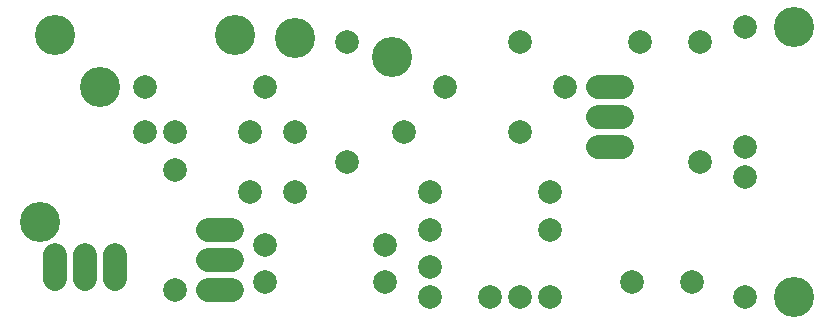
<source format=gbr>
%FSLAX34Y34*%
%MOMM*%
%LNCOPPER_TOP*%
G71*
G01*
%ADD10C, 2.000*%
%ADD11C, 2.000*%
%ADD12C, 3.400*%
%LPD*%
X139700Y133350D02*
G54D10*
D03*
X139700Y165100D02*
G54D10*
D03*
X203200Y165100D02*
G54D10*
D03*
X215900Y203200D02*
G54D10*
D03*
X114300Y203200D02*
G54D10*
D03*
X114300Y165100D02*
G54D10*
D03*
X139700Y31750D02*
G54D10*
D03*
G54D11*
X167800Y31750D02*
X187800Y31750D01*
G54D11*
X167800Y57150D02*
X187800Y57150D01*
G54D11*
X167800Y82550D02*
X187800Y82550D01*
G54D11*
X88900Y60800D02*
X88900Y40800D01*
G54D11*
X63500Y60800D02*
X63500Y40800D01*
G54D11*
X38100Y60800D02*
X38100Y40800D01*
X215900Y38100D02*
G54D10*
D03*
X215900Y69850D02*
G54D10*
D03*
X317500Y38100D02*
G54D10*
D03*
X317500Y69850D02*
G54D10*
D03*
X355600Y25400D02*
G54D10*
D03*
X355600Y50800D02*
G54D10*
D03*
X355600Y82550D02*
G54D10*
D03*
X355600Y114300D02*
G54D10*
D03*
X406400Y25400D02*
G54D10*
D03*
X431800Y25400D02*
G54D10*
D03*
X431800Y165100D02*
G54D10*
D03*
X457200Y25400D02*
G54D10*
D03*
X457200Y82550D02*
G54D10*
D03*
X457200Y114300D02*
G54D10*
D03*
G54D11*
X498000Y152400D02*
X518000Y152400D01*
G54D11*
X498000Y177800D02*
X518000Y177800D01*
X622300Y25400D02*
G54D10*
D03*
X622300Y127000D02*
G54D10*
D03*
X622300Y152400D02*
G54D10*
D03*
X584200Y139700D02*
G54D10*
D03*
X584200Y241300D02*
G54D10*
D03*
X533400Y241300D02*
G54D10*
D03*
G54D11*
X498000Y203200D02*
X518000Y203200D01*
X469900Y203200D02*
G54D10*
D03*
X622300Y254000D02*
G54D10*
D03*
X431800Y241300D02*
G54D10*
D03*
X333375Y165100D02*
G54D10*
D03*
X368300Y203200D02*
G54D10*
D03*
X285750Y139700D02*
G54D10*
D03*
X285750Y241300D02*
G54D10*
D03*
X241300Y114300D02*
G54D10*
D03*
X241300Y165100D02*
G54D10*
D03*
X241300Y244475D02*
G54D12*
D03*
X190500Y247650D02*
G54D12*
D03*
X203200Y114300D02*
G54D10*
D03*
X577850Y38100D02*
G54D10*
D03*
X527050Y38100D02*
G54D10*
D03*
X663575Y25400D02*
G54D12*
D03*
X663575Y254000D02*
G54D12*
D03*
X323850Y228600D02*
G54D12*
D03*
X76200Y203200D02*
G54D12*
D03*
X38100Y247650D02*
G54D12*
D03*
X25400Y88900D02*
G54D12*
D03*
M02*

</source>
